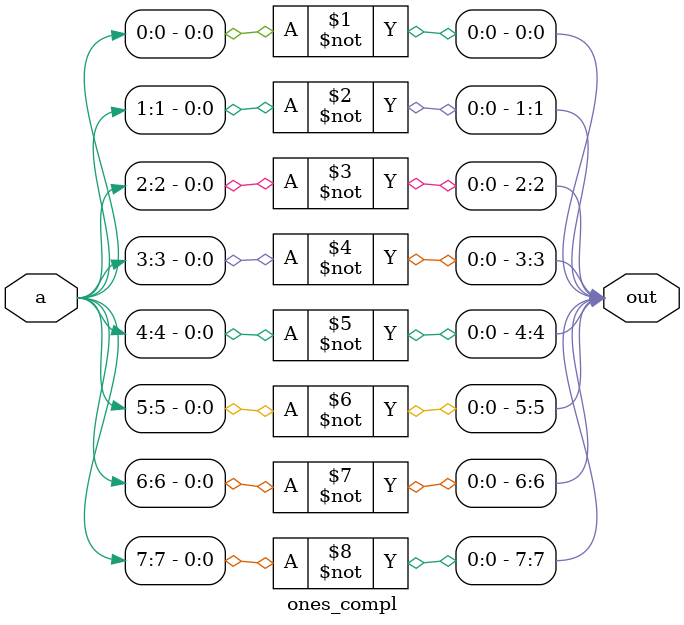
<source format=v>
module ones_compl(output [7:0] out, input [7:0] a);

not (out[0], a[0]);
not (out[1], a[1]);
not (out[2], a[2]);
not (out[3], a[3]);
not (out[4], a[4]);
not (out[5], a[5]);
not (out[6], a[6]);
not (out[7], a[7]);


endmodule
</source>
